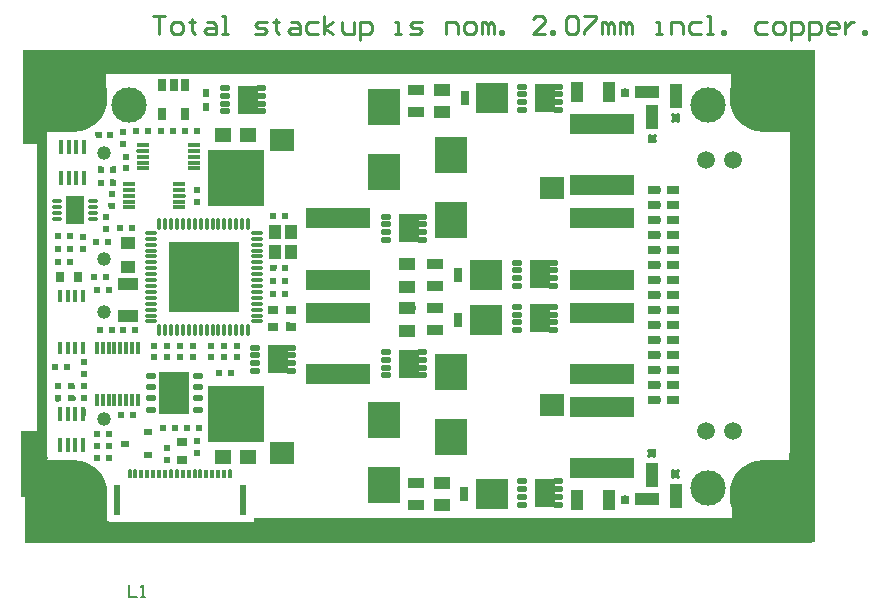
<source format=gtl>
G04 Layer_Physical_Order=1*
G04 Layer_Color=255*
%FSLAX44Y44*%
%MOMM*%
G71*
G01*
G75*
%ADD10R,1.4000X0.9500*%
%ADD11R,1.4000X1.0500*%
%ADD12R,0.4000X1.2200*%
G04:AMPARAMS|DCode=13|XSize=0.4mm|YSize=1.22mm|CornerRadius=0.1mm|HoleSize=0mm|Usage=FLASHONLY|Rotation=0.000|XOffset=0mm|YOffset=0mm|HoleType=Round|Shape=RoundedRectangle|*
%AMROUNDEDRECTD13*
21,1,0.4000,1.0200,0,0,0.0*
21,1,0.2000,1.2200,0,0,0.0*
1,1,0.2000,0.1000,-0.5100*
1,1,0.2000,-0.1000,-0.5100*
1,1,0.2000,-0.1000,0.5100*
1,1,0.2000,0.1000,0.5100*
%
%ADD13ROUNDEDRECTD13*%
%ADD14R,1.4000X1.2700*%
%ADD15R,4.8000X4.7500*%
%ADD16R,1.1400X0.7500*%
%ADD17R,6.0000X6.0000*%
G04:AMPARAMS|DCode=18|XSize=0.3mm|YSize=1mm|CornerRadius=0.12mm|HoleSize=0mm|Usage=FLASHONLY|Rotation=90.000|XOffset=0mm|YOffset=0mm|HoleType=Round|Shape=RoundedRectangle|*
%AMROUNDEDRECTD18*
21,1,0.3000,0.7600,0,0,90.0*
21,1,0.0600,1.0000,0,0,90.0*
1,1,0.2400,0.3800,0.0300*
1,1,0.2400,0.3800,-0.0300*
1,1,0.2400,-0.3800,-0.0300*
1,1,0.2400,-0.3800,0.0300*
%
%ADD18ROUNDEDRECTD18*%
G04:AMPARAMS|DCode=19|XSize=0.3mm|YSize=1mm|CornerRadius=0.12mm|HoleSize=0mm|Usage=FLASHONLY|Rotation=180.000|XOffset=0mm|YOffset=0mm|HoleType=Round|Shape=RoundedRectangle|*
%AMROUNDEDRECTD19*
21,1,0.3000,0.7600,0,0,180.0*
21,1,0.0600,1.0000,0,0,180.0*
1,1,0.2400,-0.0300,0.3800*
1,1,0.2400,0.0300,0.3800*
1,1,0.2400,0.0300,-0.3800*
1,1,0.2400,-0.0300,-0.3800*
%
%ADD19ROUNDEDRECTD19*%
G04:AMPARAMS|DCode=20|XSize=0.41mm|YSize=1.1mm|CornerRadius=0.1025mm|HoleSize=0mm|Usage=FLASHONLY|Rotation=0.000|XOffset=0mm|YOffset=0mm|HoleType=Round|Shape=RoundedRectangle|*
%AMROUNDEDRECTD20*
21,1,0.4100,0.8950,0,0,0.0*
21,1,0.2050,1.1000,0,0,0.0*
1,1,0.2050,0.1025,-0.4475*
1,1,0.2050,-0.1025,-0.4475*
1,1,0.2050,-0.1025,0.4475*
1,1,0.2050,0.1025,0.4475*
%
%ADD20ROUNDEDRECTD20*%
G04:AMPARAMS|DCode=21|XSize=0.3mm|YSize=1.1mm|CornerRadius=0.075mm|HoleSize=0mm|Usage=FLASHONLY|Rotation=180.000|XOffset=0mm|YOffset=0mm|HoleType=Round|Shape=RoundedRectangle|*
%AMROUNDEDRECTD21*
21,1,0.3000,0.9500,0,0,180.0*
21,1,0.1500,1.1000,0,0,180.0*
1,1,0.1500,-0.0750,0.4750*
1,1,0.1500,0.0750,0.4750*
1,1,0.1500,0.0750,-0.4750*
1,1,0.1500,-0.0750,-0.4750*
%
%ADD21ROUNDEDRECTD21*%
G04:AMPARAMS|DCode=22|XSize=0.3mm|YSize=1.1mm|CornerRadius=0.075mm|HoleSize=0mm|Usage=FLASHONLY|Rotation=270.000|XOffset=0mm|YOffset=0mm|HoleType=Round|Shape=RoundedRectangle|*
%AMROUNDEDRECTD22*
21,1,0.3000,0.9500,0,0,270.0*
21,1,0.1500,1.1000,0,0,270.0*
1,1,0.1500,-0.4750,-0.0750*
1,1,0.1500,-0.4750,0.0750*
1,1,0.1500,0.4750,0.0750*
1,1,0.1500,0.4750,-0.0750*
%
%ADD22ROUNDEDRECTD22*%
G04:AMPARAMS|DCode=23|XSize=0.45mm|YSize=0.9mm|CornerRadius=0.1125mm|HoleSize=0mm|Usage=FLASHONLY|Rotation=90.000|XOffset=0mm|YOffset=0mm|HoleType=Round|Shape=RoundedRectangle|*
%AMROUNDEDRECTD23*
21,1,0.4500,0.6750,0,0,90.0*
21,1,0.2250,0.9000,0,0,90.0*
1,1,0.2250,0.3375,0.1125*
1,1,0.2250,0.3375,-0.1125*
1,1,0.2250,-0.3375,-0.1125*
1,1,0.2250,-0.3375,0.1125*
%
%ADD23ROUNDEDRECTD23*%
%ADD24R,1.7000X2.4000*%
%ADD25R,2.0000X1.1000*%
%ADD26R,0.8000X0.8000*%
%ADD27R,1.1000X1.2000*%
%ADD28R,0.7620X1.2700*%
%ADD29R,2.6700X2.5400*%
%ADD30R,2.6000X3.6000*%
G04:AMPARAMS|DCode=31|XSize=0.45mm|YSize=0.8mm|CornerRadius=0.045mm|HoleSize=0mm|Usage=FLASHONLY|Rotation=270.000|XOffset=0mm|YOffset=0mm|HoleType=Round|Shape=RoundedRectangle|*
%AMROUNDEDRECTD31*
21,1,0.4500,0.7100,0,0,270.0*
21,1,0.3600,0.8000,0,0,270.0*
1,1,0.0900,-0.3550,-0.1800*
1,1,0.0900,-0.3550,0.1800*
1,1,0.0900,0.3550,0.1800*
1,1,0.0900,0.3550,-0.1800*
%
%ADD31ROUNDEDRECTD31*%
%ADD32R,1.6500X2.4000*%
G04:AMPARAMS|DCode=33|XSize=0.3mm|YSize=0.8mm|CornerRadius=0.075mm|HoleSize=0mm|Usage=FLASHONLY|Rotation=270.000|XOffset=0mm|YOffset=0mm|HoleType=Round|Shape=RoundedRectangle|*
%AMROUNDEDRECTD33*
21,1,0.3000,0.6500,0,0,270.0*
21,1,0.1500,0.8000,0,0,270.0*
1,1,0.1500,-0.3250,-0.0750*
1,1,0.1500,-0.3250,0.0750*
1,1,0.1500,0.3250,0.0750*
1,1,0.1500,0.3250,-0.0750*
%
%ADD33ROUNDEDRECTD33*%
%ADD34R,0.3000X0.7000*%
%ADD35R,0.6000X2.6000*%
%ADD36R,2.8000X3.1000*%
%ADD37R,2.0000X1.9000*%
%ADD38R,5.4000X1.7000*%
%ADD39R,0.9000X0.8000*%
%ADD40R,0.6000X0.8000*%
%ADD41R,0.6500X1.1000*%
%ADD42R,0.6000X0.6000*%
%ADD43R,0.6000X0.6000*%
%ADD44R,0.8000X0.5500*%
%ADD45R,1.3000X1.0000*%
%ADD46R,0.8000X0.9000*%
%ADD47R,1.7000X1.1000*%
%ADD48R,1.1000X1.7000*%
%ADD49R,1.1000X2.0000*%
%ADD50R,0.8000X0.8000*%
%ADD51C,0.2000*%
%ADD52C,0.3000*%
%ADD53C,0.4000*%
%ADD54C,1.0000*%
%ADD55C,0.2540*%
%ADD56R,58.8500X1.1550*%
%ADD57R,43.4250X1.1450*%
%ADD58R,1.1250X33.7300*%
%ADD59R,0.9000X33.7000*%
%ADD60R,14.0750X0.9500*%
%ADD61C,1.1900*%
%ADD62C,1.5000*%
%ADD63C,3.0000*%
%ADD64C,6.0000*%
%ADD65C,0.4000*%
%ADD66C,0.3000*%
%ADD67C,0.3500*%
%ADD68C,0.8000*%
%ADD69R,6.9750X4.2000*%
%ADD70R,1.2750X0.8500*%
%ADD71R,0.8500X1.2750*%
%ADD72R,0.8500X1.2750*%
%ADD73R,1.6750X5.5751*%
%ADD74R,1.6750X3.9000*%
%ADD75R,4.2000X6.9750*%
%ADD76R,6.9000X4.2000*%
%ADD77R,58.8500X1.3500*%
%ADD78R,58.8500X1.3500*%
%ADD79R,1.5750X33.7300*%
%ADD80R,0.8500X1.2750*%
G36*
X111550Y170071D02*
X109450D01*
X109459Y170089D01*
X109468Y170125D01*
X109475Y170177D01*
X109487Y170332D01*
X109500Y170847D01*
X109500Y171018D01*
X111500D01*
X111550Y170071D01*
D02*
G37*
G36*
X341408Y169504D02*
X341330Y169592D01*
X341237Y169670D01*
X341129Y169739D01*
X341006Y169799D01*
X340867Y169850D01*
X340714Y169891D01*
X340545Y169923D01*
X340360Y169946D01*
X340161Y169960D01*
X339946Y169965D01*
X340239Y171965D01*
X340455Y171968D01*
X341019Y172015D01*
X341178Y172044D01*
X341322Y172079D01*
X341453Y172120D01*
X341569Y172168D01*
X341670Y172222D01*
X341758Y172282D01*
X341408Y169504D01*
D02*
G37*
G36*
X161541Y172661D02*
X161532Y172625D01*
X161525Y172573D01*
X161513Y172418D01*
X161501Y171903D01*
X161500Y171732D01*
X159500Y171732D01*
X159450Y172679D01*
X161550Y172679D01*
X161541Y172661D01*
D02*
G37*
G36*
X116540Y172411D02*
X116532Y172375D01*
X116524Y172323D01*
X116512Y172168D01*
X116501Y171653D01*
X116500Y171482D01*
X114500D01*
X114450Y172429D01*
X116550D01*
X116540Y172411D01*
D02*
G37*
G36*
X538591Y163679D02*
X538666Y163631D01*
X538760Y163589D01*
X538872Y163552D01*
X539002Y163521D01*
X539151Y163495D01*
X539505Y163461D01*
X539709Y163453D01*
X539932Y163450D01*
Y161450D01*
X539709Y161447D01*
X539151Y161405D01*
X539002Y161379D01*
X538872Y161348D01*
X538760Y161311D01*
X538666Y161269D01*
X538591Y161221D01*
X538535Y161167D01*
Y163733D01*
X538591Y163679D01*
D02*
G37*
G36*
X541871Y161050D02*
X541786Y161126D01*
X541686Y161194D01*
X541572Y161254D01*
X541443Y161306D01*
X541300Y161350D01*
X541142Y161386D01*
X540970Y161414D01*
X540784Y161434D01*
X540368Y161450D01*
Y163450D01*
X540583Y163454D01*
X540970Y163486D01*
X541142Y163514D01*
X541300Y163550D01*
X541443Y163594D01*
X541572Y163646D01*
X541686Y163706D01*
X541786Y163774D01*
X541871Y163850D01*
Y161050D01*
D02*
G37*
G36*
X131500Y170268D02*
X131550Y169321D01*
X129450Y169321D01*
X129460Y169340D01*
X129468Y169375D01*
X129476Y169427D01*
X129488Y169583D01*
X129500Y170097D01*
X129500Y170268D01*
X131500Y170268D01*
D02*
G37*
G36*
X121550Y169071D02*
X119450D01*
X119459Y169090D01*
X119468Y169125D01*
X119475Y169177D01*
X119487Y169332D01*
X119500Y169847D01*
X119500Y170018D01*
X121500D01*
X121550Y169071D01*
D02*
G37*
G36*
X541871Y186450D02*
X541786Y186526D01*
X541686Y186594D01*
X541572Y186654D01*
X541443Y186706D01*
X541300Y186750D01*
X541142Y186786D01*
X540970Y186814D01*
X540784Y186834D01*
X540368Y186850D01*
Y188850D01*
X540583Y188854D01*
X540970Y188886D01*
X541142Y188914D01*
X541300Y188950D01*
X541443Y188994D01*
X541572Y189046D01*
X541686Y189106D01*
X541786Y189174D01*
X541871Y189250D01*
Y186450D01*
D02*
G37*
G36*
X189429Y182450D02*
X189410Y182460D01*
X189375Y182468D01*
X189323Y182476D01*
X189167Y182488D01*
X188653Y182500D01*
X188482Y182500D01*
Y184500D01*
X189429Y184550D01*
Y182450D01*
D02*
G37*
G36*
X541871Y199150D02*
X541786Y199226D01*
X541686Y199294D01*
X541572Y199354D01*
X541443Y199406D01*
X541300Y199450D01*
X541142Y199486D01*
X540970Y199514D01*
X540784Y199534D01*
X540368Y199550D01*
Y201550D01*
X540583Y201554D01*
X540970Y201586D01*
X541142Y201614D01*
X541300Y201650D01*
X541443Y201694D01*
X541572Y201746D01*
X541686Y201806D01*
X541786Y201874D01*
X541871Y201950D01*
Y199150D01*
D02*
G37*
G36*
X538591Y189079D02*
X538666Y189031D01*
X538760Y188989D01*
X538872Y188952D01*
X539002Y188921D01*
X539151Y188895D01*
X539505Y188861D01*
X539709Y188853D01*
X539932Y188850D01*
Y186850D01*
X539709Y186847D01*
X539151Y186805D01*
X539002Y186779D01*
X538872Y186748D01*
X538760Y186712D01*
X538666Y186669D01*
X538591Y186621D01*
X538535Y186567D01*
Y189133D01*
X538591Y189079D01*
D02*
G37*
G36*
X541871Y173750D02*
X541786Y173826D01*
X541686Y173894D01*
X541572Y173954D01*
X541443Y174006D01*
X541300Y174050D01*
X541142Y174086D01*
X540970Y174114D01*
X540784Y174134D01*
X540368Y174150D01*
Y176150D01*
X540583Y176154D01*
X540970Y176186D01*
X541142Y176214D01*
X541300Y176250D01*
X541443Y176294D01*
X541572Y176346D01*
X541686Y176406D01*
X541786Y176474D01*
X541871Y176550D01*
Y173750D01*
D02*
G37*
G36*
X156540Y173160D02*
X156532Y173125D01*
X156524Y173073D01*
X156512Y172917D01*
X156500Y172403D01*
X156500Y172232D01*
X154500D01*
X154450Y173179D01*
X156550D01*
X156540Y173160D01*
D02*
G37*
G36*
X96339Y179541D02*
X96374Y179532D01*
X96427Y179525D01*
X96582Y179513D01*
X97097Y179501D01*
X97268Y179501D01*
X97268Y177500D01*
X96321Y177450D01*
X96321Y179550D01*
X96339Y179541D01*
D02*
G37*
G36*
X538591Y176379D02*
X538666Y176331D01*
X538760Y176289D01*
X538872Y176252D01*
X539002Y176221D01*
X539151Y176195D01*
X539505Y176161D01*
X539709Y176153D01*
X539932Y176150D01*
Y174150D01*
X539709Y174147D01*
X539151Y174105D01*
X539002Y174079D01*
X538872Y174048D01*
X538760Y174011D01*
X538666Y173969D01*
X538591Y173921D01*
X538535Y173867D01*
Y176433D01*
X538591Y176379D01*
D02*
G37*
G36*
X541871Y122950D02*
X541786Y123026D01*
X541686Y123094D01*
X541572Y123154D01*
X541443Y123206D01*
X541300Y123250D01*
X541142Y123286D01*
X540970Y123314D01*
X540784Y123334D01*
X540368Y123350D01*
Y125350D01*
X540583Y125354D01*
X540970Y125386D01*
X541142Y125414D01*
X541300Y125450D01*
X541443Y125494D01*
X541572Y125546D01*
X541686Y125606D01*
X541786Y125674D01*
X541871Y125750D01*
Y122950D01*
D02*
G37*
G36*
X63541Y114661D02*
X63532Y114625D01*
X63524Y114573D01*
X63513Y114418D01*
X63500Y113903D01*
X63500Y113732D01*
X61500D01*
X61450Y114679D01*
X63550D01*
X63541Y114661D01*
D02*
G37*
G36*
X541871Y135650D02*
X541786Y135726D01*
X541686Y135794D01*
X541572Y135854D01*
X541443Y135906D01*
X541300Y135950D01*
X541142Y135986D01*
X540970Y136014D01*
X540784Y136034D01*
X540368Y136050D01*
Y138050D01*
X540583Y138054D01*
X540970Y138086D01*
X541142Y138114D01*
X541300Y138150D01*
X541443Y138194D01*
X541572Y138246D01*
X541686Y138306D01*
X541786Y138374D01*
X541871Y138450D01*
Y135650D01*
D02*
G37*
G36*
X538591Y125579D02*
X538666Y125531D01*
X538760Y125489D01*
X538872Y125452D01*
X539002Y125421D01*
X539151Y125395D01*
X539505Y125361D01*
X539709Y125353D01*
X539932Y125350D01*
Y123350D01*
X539709Y123347D01*
X539151Y123305D01*
X539002Y123279D01*
X538872Y123248D01*
X538760Y123211D01*
X538666Y123169D01*
X538591Y123121D01*
X538535Y123067D01*
Y125633D01*
X538591Y125579D01*
D02*
G37*
G36*
X53500Y110768D02*
X53550Y109821D01*
X51450Y109821D01*
X51460Y109840D01*
X51468Y109875D01*
X51476Y109927D01*
X51488Y110083D01*
X51500Y110597D01*
X51500Y110768D01*
X53500Y110768D01*
D02*
G37*
G36*
X325071Y21850D02*
X324986Y21926D01*
X324886Y21994D01*
X324771Y22054D01*
X324643Y22106D01*
X324499Y22150D01*
X324342Y22186D01*
X324170Y22214D01*
X323983Y22234D01*
X323568Y22250D01*
Y24250D01*
X323783Y24254D01*
X324170Y24286D01*
X324342Y24314D01*
X324499Y24350D01*
X324643Y24394D01*
X324771Y24446D01*
X324886Y24506D01*
X324986Y24574D01*
X325071Y24650D01*
Y21850D01*
D02*
G37*
G36*
X538591Y112879D02*
X538666Y112831D01*
X538760Y112789D01*
X538872Y112752D01*
X539002Y112721D01*
X539151Y112695D01*
X539505Y112661D01*
X539709Y112653D01*
X539932Y112650D01*
Y110650D01*
X539709Y110647D01*
X539151Y110605D01*
X539002Y110579D01*
X538872Y110548D01*
X538760Y110512D01*
X538666Y110469D01*
X538591Y110421D01*
X538535Y110367D01*
Y112933D01*
X538591Y112879D01*
D02*
G37*
G36*
X541871Y110250D02*
X541786Y110326D01*
X541686Y110394D01*
X541572Y110454D01*
X541443Y110506D01*
X541300Y110550D01*
X541142Y110586D01*
X540970Y110614D01*
X540784Y110634D01*
X540368Y110650D01*
Y112650D01*
X540583Y112654D01*
X540970Y112686D01*
X541142Y112714D01*
X541300Y112750D01*
X541443Y112794D01*
X541572Y112846D01*
X541686Y112906D01*
X541786Y112974D01*
X541871Y113050D01*
Y110250D01*
D02*
G37*
G36*
X83541Y157661D02*
X83532Y157625D01*
X83525Y157573D01*
X83513Y157418D01*
X83501Y156903D01*
X83500Y156732D01*
X81500Y156732D01*
X81450Y157679D01*
X83550Y157679D01*
X83541Y157661D01*
D02*
G37*
G36*
X63550Y154071D02*
X61450D01*
X61460Y154090D01*
X61468Y154125D01*
X61476Y154177D01*
X61488Y154333D01*
X61500Y154847D01*
X61500Y155018D01*
X63500D01*
X63550Y154071D01*
D02*
G37*
G36*
X68541Y157661D02*
X68532Y157625D01*
X68524Y157573D01*
X68513Y157418D01*
X68500Y156903D01*
X68500Y156732D01*
X66500D01*
X66450Y157679D01*
X68550D01*
X68541Y157661D01*
D02*
G37*
G36*
X58550Y157679D02*
X58541Y157661D01*
X58532Y157625D01*
X58524Y157573D01*
X58513Y157417D01*
X58500Y156903D01*
X58500Y156732D01*
X56500Y156732D01*
X56450Y157679D01*
X58550Y157679D01*
D02*
G37*
G36*
X541871Y148350D02*
X541786Y148426D01*
X541686Y148494D01*
X541572Y148554D01*
X541443Y148606D01*
X541300Y148650D01*
X541142Y148686D01*
X540970Y148714D01*
X540784Y148734D01*
X540368Y148750D01*
Y150750D01*
X540583Y150754D01*
X540970Y150786D01*
X541142Y150814D01*
X541300Y150850D01*
X541443Y150894D01*
X541572Y150946D01*
X541686Y151006D01*
X541786Y151074D01*
X541871Y151150D01*
Y148350D01*
D02*
G37*
G36*
X538591Y138279D02*
X538666Y138231D01*
X538760Y138189D01*
X538872Y138152D01*
X539002Y138121D01*
X539151Y138095D01*
X539505Y138061D01*
X539709Y138053D01*
X539932Y138050D01*
Y136050D01*
X539709Y136047D01*
X539151Y136005D01*
X539002Y135979D01*
X538872Y135948D01*
X538760Y135912D01*
X538666Y135869D01*
X538591Y135821D01*
X538535Y135767D01*
Y138333D01*
X538591Y138279D01*
D02*
G37*
G36*
X53500Y155018D02*
X53550Y154071D01*
X51450Y154071D01*
X51460Y154090D01*
X51468Y154125D01*
X51476Y154177D01*
X51488Y154333D01*
X51500Y154847D01*
X51500Y155018D01*
X53500Y155018D01*
D02*
G37*
G36*
X538591Y150979D02*
X538666Y150931D01*
X538760Y150889D01*
X538872Y150852D01*
X539002Y150821D01*
X539151Y150795D01*
X539505Y150761D01*
X539709Y150753D01*
X539932Y150750D01*
Y148750D01*
X539709Y148747D01*
X539151Y148705D01*
X539002Y148679D01*
X538872Y148648D01*
X538760Y148611D01*
X538666Y148569D01*
X538591Y148521D01*
X538535Y148467D01*
Y151033D01*
X538591Y150979D01*
D02*
G37*
G36*
X77340Y276040D02*
X77375Y276032D01*
X77427Y276024D01*
X77582Y276012D01*
X78097Y276000D01*
X78268Y276000D01*
Y274000D01*
X77321Y273950D01*
Y276050D01*
X77340Y276040D01*
D02*
G37*
G36*
X49339Y266541D02*
X49375Y266532D01*
X49427Y266525D01*
X49582Y266513D01*
X50097Y266500D01*
X50268Y266500D01*
Y266500D01*
X50268D01*
X50268Y265500D01*
Y264500D01*
X50268D01*
Y264500D01*
X49321Y264450D01*
X49321Y265650D01*
Y266550D01*
X49339Y266541D01*
D02*
G37*
G36*
X538591Y277979D02*
X538666Y277931D01*
X538760Y277889D01*
X538872Y277852D01*
X539002Y277821D01*
X539151Y277795D01*
X539505Y277761D01*
X539709Y277753D01*
X539932Y277750D01*
Y275750D01*
X539709Y275747D01*
X539151Y275705D01*
X539002Y275679D01*
X538872Y275648D01*
X538760Y275611D01*
X538666Y275569D01*
X538591Y275521D01*
X538535Y275467D01*
Y278033D01*
X538591Y277979D01*
D02*
G37*
G36*
X541871Y275350D02*
X541786Y275426D01*
X541686Y275494D01*
X541572Y275554D01*
X541443Y275606D01*
X541300Y275650D01*
X541142Y275686D01*
X540970Y275714D01*
X540784Y275734D01*
X540368Y275750D01*
Y277750D01*
X540583Y277754D01*
X540970Y277786D01*
X541142Y277814D01*
X541300Y277850D01*
X541443Y277894D01*
X541572Y277946D01*
X541686Y278006D01*
X541786Y278074D01*
X541871Y278150D01*
Y275350D01*
D02*
G37*
G36*
Y262650D02*
X541786Y262726D01*
X541686Y262794D01*
X541572Y262854D01*
X541443Y262906D01*
X541300Y262950D01*
X541142Y262986D01*
X540970Y263014D01*
X540784Y263034D01*
X540368Y263050D01*
Y265050D01*
X540583Y265054D01*
X540970Y265086D01*
X541142Y265114D01*
X541300Y265150D01*
X541443Y265194D01*
X541572Y265246D01*
X541686Y265306D01*
X541786Y265374D01*
X541871Y265450D01*
Y262650D01*
D02*
G37*
G36*
X181550Y262071D02*
X179450D01*
X179460Y262090D01*
X179468Y262125D01*
X179475Y262177D01*
X179488Y262333D01*
X179499Y262847D01*
X179500Y263018D01*
X181500D01*
X181550Y262071D01*
D02*
G37*
G36*
X20554Y264450D02*
X20536Y264459D01*
X20500Y264468D01*
X20448Y264475D01*
X20293Y264487D01*
X19778Y264499D01*
X19607Y264500D01*
X19607Y266500D01*
X20554Y266550D01*
X20554Y264450D01*
D02*
G37*
G36*
X538591Y265279D02*
X538666Y265231D01*
X538760Y265189D01*
X538872Y265152D01*
X539002Y265121D01*
X539151Y265095D01*
X539505Y265061D01*
X539709Y265053D01*
X539932Y265050D01*
Y263050D01*
X539709Y263047D01*
X539151Y263005D01*
X539002Y262979D01*
X538872Y262948D01*
X538760Y262911D01*
X538666Y262869D01*
X538591Y262821D01*
X538535Y262767D01*
Y265333D01*
X538591Y265279D01*
D02*
G37*
G36*
X23574Y301986D02*
X23506Y301886D01*
X23446Y301772D01*
X23394Y301643D01*
X23350Y301500D01*
X23314Y301342D01*
X23286Y301170D01*
X23266Y300984D01*
X23250Y300568D01*
X21250Y300568D01*
X21246Y300783D01*
X21214Y301170D01*
X21186Y301342D01*
X21150Y301500D01*
X21106Y301643D01*
X21054Y301772D01*
X20994Y301886D01*
X20926Y301986D01*
X20850Y302072D01*
X23650Y302072D01*
X23574Y301986D01*
D02*
G37*
G36*
X29754Y298967D02*
X29786Y298580D01*
X29814Y298408D01*
X29850Y298250D01*
X29894Y298107D01*
X29946Y297978D01*
X30006Y297864D01*
X30074Y297764D01*
X30150Y297678D01*
X27350D01*
X27426Y297764D01*
X27494Y297864D01*
X27554Y297978D01*
X27606Y298107D01*
X27650Y298250D01*
X27686Y298408D01*
X27714Y298580D01*
X27734Y298766D01*
X27750Y299182D01*
X29750D01*
X29754Y298967D01*
D02*
G37*
G36*
X109000Y353261D02*
X109003Y353045D01*
X109051Y352482D01*
X109079Y352323D01*
X109114Y352178D01*
X109155Y352047D01*
X109203Y351931D01*
X109257Y351830D01*
X109317Y351742D01*
X106539Y352092D01*
X106627Y352170D01*
X106705Y352262D01*
X106774Y352371D01*
X106834Y352494D01*
X106885Y352632D01*
X106926Y352786D01*
X106958Y352955D01*
X106981Y353140D01*
X106995Y353339D01*
X107000Y353554D01*
X109000Y353261D01*
D02*
G37*
G36*
X42750Y325182D02*
X42754Y324967D01*
X42786Y324580D01*
X42814Y324408D01*
X42850Y324250D01*
X42894Y324107D01*
X42946Y323978D01*
X43006Y323864D01*
X43074Y323764D01*
X43150Y323678D01*
X40350Y323678D01*
X40426Y323764D01*
X40494Y323864D01*
X40554Y323978D01*
X40606Y324107D01*
X40650Y324250D01*
X40686Y324408D01*
X40714Y324580D01*
X40734Y324766D01*
X40750Y325182D01*
X42750Y325182D01*
D02*
G37*
G36*
X538591Y290679D02*
X538666Y290631D01*
X538760Y290589D01*
X538872Y290552D01*
X539002Y290521D01*
X539151Y290495D01*
X539505Y290461D01*
X539709Y290453D01*
X539932Y290450D01*
Y288450D01*
X539709Y288447D01*
X539151Y288405D01*
X539002Y288379D01*
X538872Y288348D01*
X538760Y288312D01*
X538666Y288269D01*
X538591Y288221D01*
X538535Y288167D01*
Y290733D01*
X538591Y290679D01*
D02*
G37*
G36*
X541871Y288050D02*
X541786Y288126D01*
X541686Y288194D01*
X541572Y288254D01*
X541443Y288306D01*
X541300Y288350D01*
X541142Y288386D01*
X540970Y288414D01*
X540784Y288434D01*
X540368Y288450D01*
Y290450D01*
X540583Y290454D01*
X540970Y290486D01*
X541142Y290514D01*
X541300Y290550D01*
X541443Y290594D01*
X541572Y290646D01*
X541686Y290706D01*
X541786Y290774D01*
X541871Y290850D01*
Y288050D01*
D02*
G37*
G36*
X81179Y293950D02*
X81161Y293960D01*
X81125Y293968D01*
X81073Y293976D01*
X80918Y293988D01*
X80403Y294000D01*
X80232Y294000D01*
X80232Y296000D01*
X81179Y296050D01*
X81179Y293950D01*
D02*
G37*
G36*
X119590Y296040D02*
X119625Y296032D01*
X119677Y296024D01*
X119832Y296012D01*
X120347Y296000D01*
X120518Y296000D01*
Y294000D01*
X119571Y293950D01*
Y296050D01*
X119590Y296040D01*
D02*
G37*
G36*
X538591Y227179D02*
X538666Y227131D01*
X538760Y227089D01*
X538872Y227052D01*
X539002Y227021D01*
X539151Y226995D01*
X539505Y226961D01*
X539709Y226953D01*
X539932Y226950D01*
Y224950D01*
X539709Y224947D01*
X539151Y224905D01*
X539002Y224879D01*
X538872Y224848D01*
X538760Y224811D01*
X538666Y224769D01*
X538591Y224721D01*
X538535Y224667D01*
Y227233D01*
X538591Y227179D01*
D02*
G37*
G36*
X541871Y224550D02*
X541786Y224626D01*
X541686Y224694D01*
X541572Y224754D01*
X541443Y224806D01*
X541300Y224850D01*
X541142Y224886D01*
X540970Y224914D01*
X540784Y224934D01*
X540368Y224950D01*
Y226950D01*
X540583Y226954D01*
X540970Y226986D01*
X541142Y227014D01*
X541300Y227050D01*
X541443Y227094D01*
X541572Y227146D01*
X541686Y227206D01*
X541786Y227274D01*
X541871Y227350D01*
Y224550D01*
D02*
G37*
G36*
X215079Y238757D02*
X215181Y238703D01*
X215297Y238656D01*
X215427Y238614D01*
X215572Y238579D01*
X215731Y238551D01*
X216092Y238513D01*
X216295Y238503D01*
X216511Y238500D01*
X216804Y236500D01*
X216589Y236495D01*
X216205Y236458D01*
X216036Y236426D01*
X215882Y236385D01*
X215744Y236334D01*
X215620Y236274D01*
X215512Y236205D01*
X215420Y236127D01*
X215342Y236040D01*
X214992Y238818D01*
X215079Y238757D01*
D02*
G37*
G36*
X317572Y225600D02*
X317486Y225676D01*
X317386Y225744D01*
X317272Y225804D01*
X317143Y225856D01*
X317000Y225900D01*
X316842Y225936D01*
X316670Y225964D01*
X316484Y225984D01*
X316068Y226000D01*
X316068Y228000D01*
X316283Y228004D01*
X316670Y228036D01*
X316842Y228064D01*
X317000Y228100D01*
X317143Y228144D01*
X317272Y228196D01*
X317386Y228256D01*
X317486Y228324D01*
X317572Y228400D01*
X317572Y225600D01*
D02*
G37*
G36*
X96589Y209541D02*
X96624Y209532D01*
X96677Y209525D01*
X96832Y209513D01*
X97347Y209501D01*
X97518Y209500D01*
X97518Y207500D01*
X96572Y207450D01*
X96571Y209550D01*
X96589Y209541D01*
D02*
G37*
G36*
X538591Y201779D02*
X538666Y201731D01*
X538760Y201689D01*
X538872Y201652D01*
X539002Y201621D01*
X539151Y201595D01*
X539505Y201561D01*
X539709Y201553D01*
X539932Y201550D01*
Y199550D01*
X539709Y199547D01*
X539151Y199505D01*
X539002Y199479D01*
X538872Y199448D01*
X538760Y199412D01*
X538666Y199369D01*
X538591Y199321D01*
X538535Y199267D01*
Y201833D01*
X538591Y201779D01*
D02*
G37*
G36*
Y214479D02*
X538666Y214431D01*
X538760Y214389D01*
X538872Y214352D01*
X539002Y214321D01*
X539151Y214295D01*
X539505Y214261D01*
X539709Y214253D01*
X539932Y214250D01*
Y212250D01*
X539709Y212247D01*
X539151Y212205D01*
X539002Y212179D01*
X538872Y212148D01*
X538760Y212111D01*
X538666Y212069D01*
X538591Y212021D01*
X538535Y211967D01*
Y214533D01*
X538591Y214479D01*
D02*
G37*
G36*
X541871Y211850D02*
X541786Y211926D01*
X541686Y211994D01*
X541572Y212054D01*
X541443Y212106D01*
X541300Y212150D01*
X541142Y212186D01*
X540970Y212214D01*
X540784Y212234D01*
X540368Y212250D01*
Y214250D01*
X540583Y214254D01*
X540970Y214286D01*
X541142Y214314D01*
X541300Y214350D01*
X541443Y214394D01*
X541572Y214446D01*
X541686Y214506D01*
X541786Y214574D01*
X541871Y214650D01*
Y211850D01*
D02*
G37*
G36*
X538591Y252579D02*
X538666Y252531D01*
X538760Y252489D01*
X538872Y252452D01*
X539002Y252421D01*
X539151Y252395D01*
X539505Y252361D01*
X539709Y252353D01*
X539932Y252350D01*
Y250350D01*
X539709Y250347D01*
X539151Y250305D01*
X539002Y250279D01*
X538872Y250248D01*
X538760Y250212D01*
X538666Y250169D01*
X538591Y250121D01*
X538535Y250067D01*
Y252633D01*
X538591Y252579D01*
D02*
G37*
G36*
X541871Y249950D02*
X541786Y250026D01*
X541686Y250094D01*
X541572Y250154D01*
X541443Y250206D01*
X541300Y250250D01*
X541142Y250286D01*
X540970Y250314D01*
X540784Y250334D01*
X540368Y250350D01*
Y252350D01*
X540583Y252354D01*
X540970Y252386D01*
X541142Y252414D01*
X541300Y252450D01*
X541443Y252494D01*
X541572Y252546D01*
X541686Y252606D01*
X541786Y252674D01*
X541871Y252750D01*
Y249950D01*
D02*
G37*
G36*
X201901Y257588D02*
X201898Y257470D01*
X201914Y257348D01*
X201949Y257221D01*
X202002Y257089D01*
X202075Y256953D01*
X202167Y256811D01*
X202277Y256665D01*
X202407Y256514D01*
X202555Y256359D01*
X200677Y255409D01*
X200520Y255563D01*
X199977Y256039D01*
X199862Y256123D01*
X199658Y256248D01*
X199569Y256289D01*
X199489Y256316D01*
X201923Y257700D01*
X201901Y257588D01*
D02*
G37*
G36*
X189929Y252450D02*
X189910Y252460D01*
X189875Y252468D01*
X189823Y252475D01*
X189667Y252488D01*
X189153Y252500D01*
X188982Y252500D01*
Y254500D01*
X189929Y254550D01*
Y252450D01*
D02*
G37*
G36*
X538591Y239879D02*
X538666Y239831D01*
X538760Y239789D01*
X538872Y239752D01*
X539002Y239721D01*
X539151Y239695D01*
X539505Y239661D01*
X539709Y239653D01*
X539932Y239650D01*
Y237650D01*
X539709Y237647D01*
X539151Y237605D01*
X539002Y237579D01*
X538872Y237548D01*
X538760Y237512D01*
X538666Y237469D01*
X538591Y237421D01*
X538535Y237367D01*
Y239933D01*
X538591Y239879D01*
D02*
G37*
G36*
X541871Y237250D02*
X541786Y237326D01*
X541686Y237394D01*
X541572Y237454D01*
X541443Y237506D01*
X541300Y237550D01*
X541142Y237586D01*
X540970Y237614D01*
X540784Y237634D01*
X540368Y237650D01*
Y239650D01*
X540583Y239654D01*
X540970Y239686D01*
X541142Y239714D01*
X541300Y239750D01*
X541443Y239794D01*
X541572Y239846D01*
X541686Y239906D01*
X541786Y239974D01*
X541871Y240050D01*
Y237250D01*
D02*
G37*
G36*
X189928Y247450D02*
X189910Y247460D01*
X189875Y247468D01*
X189822Y247476D01*
X189667Y247488D01*
X189152Y247500D01*
X188981Y247500D01*
Y249500D01*
X189928Y249550D01*
Y247450D01*
D02*
G37*
G36*
X186589Y239541D02*
X186625Y239532D01*
X186677Y239525D01*
X186832Y239513D01*
X187347Y239501D01*
X187518Y239500D01*
X187518Y237500D01*
X186572Y237450D01*
X186571Y239550D01*
X186589Y239541D01*
D02*
G37*
D10*
X322500Y374250D02*
D03*
Y355750D02*
D03*
X339000Y189465D02*
D03*
Y170965D02*
D03*
Y226750D02*
D03*
Y208250D02*
D03*
X322500Y23250D02*
D03*
Y41750D02*
D03*
D11*
X345000Y374500D02*
D03*
Y355500D02*
D03*
X315500Y189715D02*
D03*
Y170715D02*
D03*
Y227000D02*
D03*
Y208000D02*
D03*
X345000Y23000D02*
D03*
Y42000D02*
D03*
D12*
X21250Y100100D02*
D03*
X40750D02*
D03*
Y73900D02*
D03*
X34250D02*
D03*
X27750D02*
D03*
X21250D02*
D03*
X34250Y100100D02*
D03*
X27750D02*
D03*
X41750Y299900D02*
D03*
X22250Y326100D02*
D03*
X28750D02*
D03*
X35250D02*
D03*
X41750D02*
D03*
X28750Y299900D02*
D03*
X35250D02*
D03*
D13*
X22250D02*
D03*
D14*
X159600Y336500D02*
D03*
X180400D02*
D03*
X180400Y63500D02*
D03*
X159600D02*
D03*
D15*
X170000Y300000D02*
D03*
X170000Y100000D02*
D03*
D16*
X540100Y111650D02*
D03*
Y124350D02*
D03*
Y137050D02*
D03*
Y149750D02*
D03*
Y162450D02*
D03*
Y175150D02*
D03*
Y187850D02*
D03*
Y200550D02*
D03*
Y213250D02*
D03*
Y225950D02*
D03*
Y238650D02*
D03*
Y251350D02*
D03*
Y264050D02*
D03*
Y276750D02*
D03*
Y289450D02*
D03*
X524500D02*
D03*
Y276750D02*
D03*
Y264050D02*
D03*
Y251350D02*
D03*
Y238650D02*
D03*
Y225950D02*
D03*
Y213250D02*
D03*
Y200550D02*
D03*
Y187850D02*
D03*
Y175150D02*
D03*
Y162450D02*
D03*
Y149750D02*
D03*
Y137050D02*
D03*
Y124350D02*
D03*
Y111650D02*
D03*
D17*
X143000Y216000D02*
D03*
D18*
X98000Y178500D02*
D03*
Y183500D02*
D03*
Y188500D02*
D03*
Y193500D02*
D03*
Y198500D02*
D03*
Y203500D02*
D03*
Y208500D02*
D03*
Y213500D02*
D03*
Y218500D02*
D03*
Y223500D02*
D03*
Y228500D02*
D03*
Y233500D02*
D03*
Y238500D02*
D03*
Y243500D02*
D03*
Y248500D02*
D03*
Y253500D02*
D03*
X188000D02*
D03*
Y248500D02*
D03*
Y243500D02*
D03*
Y238500D02*
D03*
Y233500D02*
D03*
Y228500D02*
D03*
Y223500D02*
D03*
Y218500D02*
D03*
Y213500D02*
D03*
Y208500D02*
D03*
Y203500D02*
D03*
Y198500D02*
D03*
Y193500D02*
D03*
Y188500D02*
D03*
Y183500D02*
D03*
Y178500D02*
D03*
D19*
X105500Y261000D02*
D03*
X110500D02*
D03*
X115500D02*
D03*
X120500D02*
D03*
X125500D02*
D03*
X130500D02*
D03*
X135500D02*
D03*
X140500D02*
D03*
X145500D02*
D03*
X150500D02*
D03*
X155500D02*
D03*
X160500D02*
D03*
X165500D02*
D03*
X170500D02*
D03*
X175500D02*
D03*
X180500D02*
D03*
Y171000D02*
D03*
X175500D02*
D03*
X170500D02*
D03*
X165500D02*
D03*
X160500D02*
D03*
X155500D02*
D03*
X150500D02*
D03*
X145500D02*
D03*
X140500D02*
D03*
X135500D02*
D03*
X130500D02*
D03*
X125500D02*
D03*
X120500D02*
D03*
X115500D02*
D03*
X110500D02*
D03*
X105500D02*
D03*
D20*
X40750Y200000D02*
D03*
X34250D02*
D03*
X27750D02*
D03*
X21250D02*
D03*
X40750Y156000D02*
D03*
X34250D02*
D03*
X27750D02*
D03*
X21250D02*
D03*
D21*
X57500Y156000D02*
D03*
X52500D02*
D03*
X67500D02*
D03*
X62500D02*
D03*
X77500D02*
D03*
X72500D02*
D03*
X82500D02*
D03*
X87500D02*
D03*
X52500Y112250D02*
D03*
X57500D02*
D03*
X62500D02*
D03*
X67500D02*
D03*
X87500D02*
D03*
X82500D02*
D03*
X77500D02*
D03*
X72500D02*
D03*
D22*
X91500Y308000D02*
D03*
Y313000D02*
D03*
X134500Y308000D02*
D03*
Y313000D02*
D03*
Y318000D02*
D03*
Y323000D02*
D03*
X91500Y318000D02*
D03*
Y323000D02*
D03*
Y328000D02*
D03*
X134500D02*
D03*
X79500Y275000D02*
D03*
X122500D02*
D03*
Y280000D02*
D03*
Y285000D02*
D03*
X79500Y280000D02*
D03*
Y285000D02*
D03*
Y290000D02*
D03*
Y295000D02*
D03*
X122500Y290000D02*
D03*
Y295000D02*
D03*
D23*
X160750Y375750D02*
D03*
Y369250D02*
D03*
Y362750D02*
D03*
Y356250D02*
D03*
X191250D02*
D03*
Y362750D02*
D03*
Y369250D02*
D03*
Y375750D02*
D03*
X412500Y43000D02*
D03*
Y36500D02*
D03*
Y30000D02*
D03*
Y23500D02*
D03*
X443000D02*
D03*
Y30000D02*
D03*
Y36500D02*
D03*
Y43000D02*
D03*
X408250Y228250D02*
D03*
Y221750D02*
D03*
Y215250D02*
D03*
Y208750D02*
D03*
X438750D02*
D03*
Y215250D02*
D03*
Y221750D02*
D03*
Y228250D02*
D03*
X186250Y156250D02*
D03*
Y149750D02*
D03*
Y143250D02*
D03*
Y136750D02*
D03*
X216750D02*
D03*
Y143250D02*
D03*
Y149750D02*
D03*
Y156250D02*
D03*
X297250Y267250D02*
D03*
Y260750D02*
D03*
Y254250D02*
D03*
Y247750D02*
D03*
X327750D02*
D03*
Y254250D02*
D03*
Y260750D02*
D03*
Y267250D02*
D03*
X408250Y190750D02*
D03*
Y184250D02*
D03*
Y177750D02*
D03*
Y171250D02*
D03*
X438750D02*
D03*
Y177750D02*
D03*
Y184250D02*
D03*
Y190750D02*
D03*
X412250Y377250D02*
D03*
Y370750D02*
D03*
Y364250D02*
D03*
Y357750D02*
D03*
X442750D02*
D03*
Y364250D02*
D03*
Y370750D02*
D03*
Y377250D02*
D03*
X297250Y152250D02*
D03*
Y145750D02*
D03*
Y139250D02*
D03*
Y132750D02*
D03*
X327750D02*
D03*
Y139250D02*
D03*
Y145750D02*
D03*
Y152250D02*
D03*
D24*
X180500Y366000D02*
D03*
X432250Y33250D02*
D03*
X428000Y218500D02*
D03*
X206000Y146500D02*
D03*
X317000Y257500D02*
D03*
X428000Y181000D02*
D03*
X432000Y367500D02*
D03*
X317000Y142500D02*
D03*
D25*
X518250Y372500D02*
D03*
X518250Y27750D02*
D03*
D26*
X500000Y372250D02*
D03*
X500000Y27500D02*
D03*
D27*
X217000Y237500D02*
D03*
Y254500D02*
D03*
X203000D02*
D03*
Y237500D02*
D03*
D28*
X363990Y367500D02*
D03*
X363245Y32500D02*
D03*
X358245Y217500D02*
D03*
Y180000D02*
D03*
D29*
X387500Y367500D02*
D03*
X386755Y32500D02*
D03*
X381755Y217500D02*
D03*
Y180000D02*
D03*
D30*
X118000Y118000D02*
D03*
D31*
X97999Y103750D02*
D03*
Y113250D02*
D03*
Y122750D02*
D03*
Y132250D02*
D03*
X138000D02*
D03*
Y122750D02*
D03*
Y113250D02*
D03*
Y103750D02*
D03*
D32*
X34000Y273000D02*
D03*
D33*
X19000Y265500D02*
D03*
Y270500D02*
D03*
Y275500D02*
D03*
Y280500D02*
D03*
X49000D02*
D03*
Y275500D02*
D03*
Y270500D02*
D03*
Y265500D02*
D03*
D34*
X125250Y49700D02*
D03*
X120250D02*
D03*
X115250D02*
D03*
X110250D02*
D03*
X105250D02*
D03*
X100250D02*
D03*
X95250D02*
D03*
X90250D02*
D03*
X85250D02*
D03*
X80250D02*
D03*
X130250D02*
D03*
X135250D02*
D03*
X140250D02*
D03*
X145250D02*
D03*
X150250D02*
D03*
X155250D02*
D03*
X160250D02*
D03*
X165250D02*
D03*
D35*
X176250Y27700D02*
D03*
X69250D02*
D03*
D36*
X295500Y360000D02*
D03*
Y305000D02*
D03*
Y95000D02*
D03*
Y40000D02*
D03*
X352000Y264000D02*
D03*
Y319000D02*
D03*
Y80500D02*
D03*
Y135500D02*
D03*
D37*
X209500Y332500D02*
D03*
Y67500D02*
D03*
X438000Y291500D02*
D03*
Y108000D02*
D03*
D38*
X480000Y346000D02*
D03*
Y294000D02*
D03*
X480000Y54000D02*
D03*
Y106000D02*
D03*
Y266000D02*
D03*
Y214000D02*
D03*
X256500Y186000D02*
D03*
Y134000D02*
D03*
X256500Y266000D02*
D03*
Y214000D02*
D03*
X480000Y134000D02*
D03*
Y186000D02*
D03*
D39*
X202000Y188000D02*
D03*
Y174000D02*
D03*
X125000Y61500D02*
D03*
Y76500D02*
D03*
X217000Y188000D02*
D03*
Y174000D02*
D03*
D40*
X145000Y360000D02*
D03*
Y372000D02*
D03*
D41*
X127000Y378500D02*
D03*
X117500D02*
D03*
X108000D02*
D03*
Y354500D02*
D03*
X127000D02*
D03*
D42*
X75000Y171000D02*
D03*
X85000D02*
D03*
X96000Y340000D02*
D03*
X86000D02*
D03*
X127000Y340000D02*
D03*
X137000D02*
D03*
X63000Y63000D02*
D03*
X53000D02*
D03*
X202000Y202000D02*
D03*
X212000D02*
D03*
X54000Y336000D02*
D03*
X64000D02*
D03*
X66000Y307000D02*
D03*
X56000D02*
D03*
X55000Y171000D02*
D03*
X65000D02*
D03*
X109000Y88000D02*
D03*
X119000D02*
D03*
X73000Y99000D02*
D03*
X83000D02*
D03*
X129000Y88000D02*
D03*
X139000D02*
D03*
X202000Y224000D02*
D03*
X212000D02*
D03*
X202000Y268000D02*
D03*
X212000D02*
D03*
X107000Y340000D02*
D03*
X117000D02*
D03*
X202000Y213000D02*
D03*
X212000D02*
D03*
X53000Y205000D02*
D03*
X63000D02*
D03*
X82000Y258000D02*
D03*
X72000D02*
D03*
X30000Y240000D02*
D03*
X20000D02*
D03*
X50000Y216000D02*
D03*
X60000D02*
D03*
X62000Y246000D02*
D03*
X52000D02*
D03*
X30000Y251000D02*
D03*
X20000D02*
D03*
X53000Y73000D02*
D03*
X63000D02*
D03*
Y83000D02*
D03*
X53000D02*
D03*
X20000Y229000D02*
D03*
X30000D02*
D03*
X66000Y296000D02*
D03*
X56000D02*
D03*
X156000Y135000D02*
D03*
X166000D02*
D03*
X27000Y140000D02*
D03*
X17000D02*
D03*
D43*
X65000Y276000D02*
D03*
Y286000D02*
D03*
X77000Y308000D02*
D03*
Y318000D02*
D03*
X101000Y158000D02*
D03*
Y148000D02*
D03*
X42000Y144000D02*
D03*
Y134000D02*
D03*
X20000Y114000D02*
D03*
Y124000D02*
D03*
X112000Y148000D02*
D03*
Y158000D02*
D03*
X112000Y71000D02*
D03*
Y61000D02*
D03*
X137500Y67500D02*
D03*
Y77500D02*
D03*
X137000Y280000D02*
D03*
Y290000D02*
D03*
X60000Y257000D02*
D03*
Y267000D02*
D03*
X123000Y148000D02*
D03*
Y158000D02*
D03*
X41000Y250000D02*
D03*
Y240000D02*
D03*
X171000Y148000D02*
D03*
Y158000D02*
D03*
X160000Y158000D02*
D03*
Y148000D02*
D03*
X149000Y148000D02*
D03*
Y158000D02*
D03*
X31000Y114000D02*
D03*
Y124000D02*
D03*
X42000Y124000D02*
D03*
Y114000D02*
D03*
X134000Y148000D02*
D03*
Y158000D02*
D03*
X75000Y329000D02*
D03*
Y339000D02*
D03*
D44*
X96000Y84500D02*
D03*
Y65500D02*
D03*
X76000Y75000D02*
D03*
D45*
X79000Y225000D02*
D03*
Y245000D02*
D03*
D46*
X21500Y216000D02*
D03*
X36500D02*
D03*
D47*
X79000Y183500D02*
D03*
Y210500D02*
D03*
D48*
X486000Y27500D02*
D03*
X459000D02*
D03*
X486000Y372500D02*
D03*
X459000D02*
D03*
D49*
X542500Y31000D02*
D03*
X522500Y351500D02*
D03*
X522500Y48500D02*
D03*
X542500Y369000D02*
D03*
D50*
X542250Y49250D02*
D03*
X522750Y333250D02*
D03*
X522250Y66750D02*
D03*
X542750Y350750D02*
D03*
D51*
X76250Y275000D02*
X81750D01*
X524500Y289450D02*
X528200D01*
X524500Y276750D02*
X528200D01*
X524500Y264050D02*
X528200D01*
X524500Y251350D02*
X528200D01*
X524500Y238650D02*
X528200D01*
X524500Y225950D02*
X528200D01*
X524500Y213250D02*
X528200D01*
X524500Y200550D02*
X528200D01*
X523850Y200000D02*
X524450Y200600D01*
X524500Y187850D02*
X528200D01*
X524500Y175150D02*
X528200D01*
X524500Y162450D02*
X528200D01*
X524500Y149750D02*
X528200D01*
X524500Y137050D02*
X528200D01*
X524500Y124350D02*
X528200D01*
X524500Y111650D02*
X528200D01*
X165500Y259000D02*
Y261000D01*
X62500Y109750D02*
Y115750D01*
X125000Y61500D02*
X126250Y60250D01*
X125000Y61500D02*
X126500D01*
X30000Y239750D02*
Y240000D01*
Y239750D02*
X30250Y240000D01*
X105500Y169000D02*
Y171000D01*
X110500Y169000D02*
Y173250D01*
X115500Y168750D02*
Y173500D01*
X48250Y265500D02*
X51000D01*
X120500Y168000D02*
Y173750D01*
X213500Y237500D02*
X217000D01*
X521250Y200000D02*
X523850D01*
X521000Y149800D02*
X524450D01*
X521000Y187900D02*
X524450D01*
X521000Y213300D02*
X524450D01*
X521000Y264100D02*
X524450D01*
X521000Y276800D02*
X524450D01*
X521000Y289500D02*
X524450D01*
X524500Y289450D01*
X137500Y77500D02*
X138500Y76500D01*
X155500Y171000D02*
Y174250D01*
X30250Y240000D02*
X31500D01*
X19000Y270500D02*
X20750D01*
X19000Y270500D02*
X19000Y270500D01*
X19000Y265500D02*
X21625D01*
X21625Y265500D01*
X98000Y132250D02*
X100000D01*
X97999Y132250D02*
X98000Y132250D01*
X124250Y77250D02*
X125000Y76500D01*
X95500Y208500D02*
X95500Y208500D01*
X98000D01*
X180500Y261000D02*
Y263500D01*
X175500Y263250D02*
X175500Y263250D01*
Y261000D02*
Y263250D01*
X41750Y297500D02*
Y299900D01*
X41750Y297500D02*
X41750Y297500D01*
X28750Y296250D02*
Y299900D01*
X22250Y303500D02*
X22250Y303500D01*
Y299900D02*
Y303500D01*
X41750Y322250D02*
X41750Y322250D01*
Y326100D01*
X50250Y280500D02*
X50250Y280500D01*
X49000Y280500D02*
X50250D01*
X159250Y157250D02*
X160000Y158000D01*
X159250Y157250D02*
X159250D01*
X42000Y114000D02*
X42000Y114000D01*
X42000Y114000D02*
Y114000D01*
X40750Y75750D02*
X40750Y75750D01*
Y73900D02*
Y75750D01*
X63000Y63000D02*
X63000Y63000D01*
X52500Y108750D02*
Y109750D01*
X62500Y109750D02*
X62500Y109750D01*
X52500Y109750D02*
X52500Y109750D01*
Y112250D01*
X42000Y144000D02*
X42000Y144000D01*
X42000Y144000D02*
Y144000D01*
X87500Y112250D02*
Y112500D01*
X82500Y110000D02*
X82500Y110000D01*
Y112250D01*
X77500Y112250D02*
Y114250D01*
X77500Y112250D02*
X77500Y112250D01*
X72500Y110000D02*
X72500Y110000D01*
Y112250D01*
X67500Y113000D02*
X67500Y113000D01*
X67500Y112250D02*
Y113000D01*
X57500Y112250D02*
Y113750D01*
X57500Y112250D02*
X57500Y112250D01*
X62500Y109750D02*
Y112250D01*
X67500Y156000D02*
Y158750D01*
X67500Y156000D02*
X67500Y156000D01*
X57500Y158750D02*
X57500Y158750D01*
X57500Y156000D02*
Y158750D01*
X52500Y156000D02*
Y156000D01*
Y153000D02*
Y156000D01*
X52500Y153000D02*
X52500Y153000D01*
X52500Y156000D02*
X52500Y156000D01*
X31000Y124000D02*
X32000Y123000D01*
X18500Y122500D02*
X20000Y124000D01*
X55000Y295000D02*
X55000D01*
X56000Y296000D01*
X65000Y297000D02*
X66000Y296000D01*
Y296000D02*
Y296000D01*
X107750Y350500D02*
X108000Y350750D01*
Y354500D01*
X95250Y178500D02*
X95500D01*
X95500Y178500D01*
X98000D01*
X120500Y171000D02*
Y173750D01*
X120500Y173750D02*
X120500Y173750D01*
X110500Y173250D02*
X110500Y173250D01*
X115500Y168750D02*
Y171000D01*
Y168750D02*
X115500Y168750D01*
X105500Y169000D02*
Y170750D01*
X134000Y148000D02*
X134000Y148000D01*
Y148000D02*
Y148000D01*
X82500Y158750D02*
X82500Y158750D01*
Y156000D02*
Y158750D01*
X101000Y158000D02*
Y158000D01*
X101000Y158000D02*
X101000Y158000D01*
X62500Y153000D02*
Y156000D01*
X110500Y171000D02*
Y173250D01*
X105500Y169000D02*
X105500Y169000D01*
X160500Y173750D02*
X160500Y173750D01*
Y171000D02*
Y173750D01*
X130500Y168250D02*
X130500Y168250D01*
Y171000D01*
X188000Y203500D02*
X188000Y203500D01*
Y183500D02*
X190500D01*
X190250Y238500D02*
X190250Y238500D01*
X188000Y238500D02*
X190250D01*
X185500Y238500D02*
X185500Y238500D01*
X188000D01*
X213500Y237500D02*
X213750Y237250D01*
X200000Y257500D02*
Y258250D01*
Y257500D02*
X203000Y254500D01*
X188000Y248500D02*
X190999D01*
X188000Y253500D02*
X191000D01*
X126500Y61500D02*
X126500Y61500D01*
X126250Y61500D02*
X126500D01*
X294750Y267250D02*
X297250D01*
X299750D01*
X297250Y260750D02*
X299750D01*
X294750D02*
X297250D01*
Y254250D02*
X299750D01*
X294750D02*
X297250D01*
X294750Y152250D02*
X297250D01*
X299750D01*
X297250Y145750D02*
X299750D01*
X294750D02*
X297250D01*
Y139250D02*
X299750D01*
X294750D02*
X297250D01*
X183750Y156250D02*
X186250D01*
X188750D01*
X186250Y149750D02*
X188750D01*
X183750D02*
X186250D01*
Y143250D02*
X188750D01*
X183750D02*
X186250D01*
X158250Y375750D02*
X160750D01*
Y369250D02*
X163250D01*
X158250D02*
X160750D01*
Y362750D02*
X163250D01*
X158250D02*
X160750D01*
X409750Y377250D02*
X412250D01*
X414750D01*
X412250Y370750D02*
X414750D01*
X409750D02*
X412250D01*
Y364250D02*
X414750D01*
X409750D02*
X412250D01*
X405750Y228250D02*
X408250D01*
X410750D01*
X408250Y221750D02*
X410750D01*
X405750D02*
X408250D01*
Y215250D02*
X410750D01*
X405750D02*
X408250D01*
X405750Y190750D02*
X408250D01*
Y184250D02*
X410750D01*
X405750D02*
X408250D01*
Y177750D02*
X410750D01*
X405750D02*
X408250D01*
X410000Y30000D02*
X412500D01*
X415000D01*
X410000Y36500D02*
X412500D01*
X415000D01*
X412500Y43000D02*
X415000D01*
X410000D02*
X412500D01*
X537000Y111650D02*
X540100D01*
X543300D01*
X537000Y124350D02*
X540100D01*
X543300D01*
X537000Y137050D02*
X540100D01*
X543300D01*
X537000Y149750D02*
X540100D01*
X543300D01*
X537000Y162450D02*
X540100D01*
X543300D01*
X537000Y175150D02*
X540100D01*
X543300D01*
X537000Y187850D02*
X540100D01*
X543300D01*
X537000Y200550D02*
X540100D01*
X543300D01*
X537000Y213250D02*
X540100D01*
X543300D01*
X537000Y225950D02*
X540100D01*
X543300D01*
X537000Y238650D02*
X540100D01*
X543300D01*
X537000Y251350D02*
X540100D01*
X543300D01*
X537000Y264050D02*
X540100D01*
X543300D01*
X537000Y276750D02*
X540100D01*
X543300D01*
X540100Y289450D02*
X543300D01*
X537000D02*
X540100D01*
X528150Y111700D02*
X528200Y111650D01*
X528150Y124400D02*
X528200Y124350D01*
X528150Y137100D02*
X528200Y137050D01*
X528150Y149800D02*
X528200Y149750D01*
X528150Y162500D02*
X528200Y162450D01*
X528150Y175200D02*
X528200Y175150D01*
X528150Y187900D02*
X528200Y187850D01*
X528150Y200600D02*
X528200Y200550D01*
X528150Y213300D02*
X528200Y213250D01*
X528150Y226000D02*
X528200Y225950D01*
X528150Y238700D02*
X528200Y238650D01*
X528150Y251400D02*
X528200Y251350D01*
X528150Y264100D02*
X528200Y264050D01*
X528150Y276800D02*
X528200Y276750D01*
X528150Y289500D02*
X528200Y289450D01*
X160750Y375750D02*
X163250D01*
X322500Y374250D02*
X324750D01*
X408250Y190750D02*
X410750D01*
X322500Y23250D02*
X326500D01*
X335500Y189775D02*
Y190000D01*
X315500Y227000D02*
X319000D01*
X319000Y227000D01*
X339000Y226750D02*
X339750D01*
X339500Y227000D02*
X339750Y226750D01*
X339000Y208250D02*
X341250D01*
X343000Y206500D01*
X339000Y170965D02*
X342750D01*
X343000Y170715D01*
X79500Y295000D02*
X82250D01*
X82250Y295000D01*
X78500Y285000D02*
X79500D01*
X78500Y285000D02*
X78500Y285000D01*
X91500Y308000D02*
X92000D01*
X49000Y265500D02*
X51000D01*
X51000Y265500D02*
X51000Y265500D01*
X122500Y295000D02*
X122500Y295000D01*
X118500Y295000D02*
X122500D01*
X79500Y275000D02*
X81750D01*
X81750Y275000D02*
X81750Y275000D01*
X79500Y280000D02*
X81500D01*
X81500Y280000D02*
X81500Y280000D01*
X165500Y259001D02*
X165500Y259000D01*
X165500Y259001D02*
Y260500D01*
X55000Y171000D02*
Y171000D01*
X80000Y-45003D02*
Y-55000D01*
X86664D01*
X89997D02*
X93329D01*
X91663D01*
Y-45003D01*
X89997Y-46669D01*
D52*
X65000Y276000D02*
X65000Y276000D01*
X18500Y239750D02*
X20000D01*
X20000Y239750D01*
Y240000D01*
X28750Y326100D02*
Y329700D01*
X28750Y326100D02*
X28750Y326100D01*
X90500Y318000D02*
X91500D01*
X91500Y318000D01*
X35250Y303250D02*
X35250Y303250D01*
X35250Y299900D02*
Y303250D01*
X71750Y258000D02*
X72000D01*
X49000Y275500D02*
X50500D01*
X137000Y290250D02*
X137000Y290250D01*
Y290000D02*
Y290250D01*
X125750Y285000D02*
X125750Y285000D01*
X136750Y280000D02*
X137000D01*
X137000Y280000D02*
X137000Y280000D01*
X95000Y243500D02*
X95000Y243500D01*
X98000D01*
X170500Y262500D02*
Y262750D01*
Y262500D02*
X170500Y262500D01*
Y261000D02*
Y262500D01*
X170500Y168750D02*
X170500Y168750D01*
X55000Y308000D02*
X55000D01*
X56000Y307000D01*
X67000Y308000D02*
X67000D01*
X66000Y307000D02*
X67000Y308000D01*
X95000Y341000D02*
X95000D01*
X95000D02*
X96000Y340000D01*
X107000Y340000D02*
X108000Y339000D01*
X108000Y375250D02*
X108000Y375250D01*
X108000Y375250D02*
Y378500D01*
X117500Y375500D02*
Y378500D01*
X100500Y218500D02*
X100500Y218500D01*
X98000Y218500D02*
X100500D01*
X100000Y238500D02*
X100000Y238500D01*
X98000Y238500D02*
X100000D01*
X21250Y200000D02*
Y200000D01*
X100500Y103250D02*
Y103500D01*
X100250Y103750D02*
X100500Y103500D01*
X97999Y103750D02*
X100250D01*
X138000Y103750D02*
Y103750D01*
X138000Y103750D02*
X138000Y103750D01*
X112000Y148000D02*
Y148000D01*
X112000Y148000D01*
X125500Y168250D02*
X125500Y168250D01*
X125500Y168250D02*
Y171000D01*
X84000Y210250D02*
X84750D01*
X80250Y225000D02*
X82750Y222500D01*
X79000Y225000D02*
X80250D01*
X175500Y173000D02*
X175500Y173000D01*
Y171000D02*
Y173000D01*
X185501Y178500D02*
X185501Y178500D01*
X185501Y178500D02*
X188000D01*
X215250Y189500D02*
X215500D01*
X217000Y188000D01*
X214500Y176000D02*
X215000D01*
X217000Y174000D01*
X201000Y212000D02*
X201000D01*
X201000D02*
X202000Y213000D01*
X203000Y225000D02*
X203000D01*
X202000Y224000D02*
X203000Y225000D01*
X212000Y213000D02*
X213000D01*
X213000Y213000D01*
X202000Y213000D02*
Y213000D01*
X185000Y223500D02*
X185000Y223500D01*
X188000D01*
X203000Y237500D02*
X203000Y237500D01*
X217000Y254500D02*
Y254750D01*
X212000Y268000D02*
X212000D01*
X81750Y242250D02*
X83000D01*
X79000Y245000D02*
X81750Y242250D01*
X170500Y168750D02*
Y171000D01*
X119250Y280000D02*
X122500D01*
X88000Y323000D02*
X91500D01*
X88000D02*
X88000Y323000D01*
X87750Y323000D02*
X88000D01*
X96000Y84500D02*
Y84500D01*
X140250Y49700D02*
Y51750D01*
Y47750D02*
Y49700D01*
X135250D02*
Y51750D01*
Y47750D02*
Y49700D01*
X120250D02*
Y51750D01*
Y47750D02*
Y49700D01*
X165250D02*
Y51750D01*
Y47750D02*
Y49700D01*
X115250D02*
Y51750D01*
Y47750D02*
Y49700D01*
X80250D02*
Y51750D01*
Y47750D02*
Y49700D01*
X85250Y47750D02*
Y49700D01*
Y51750D01*
X122500Y285000D02*
X125750D01*
X119250Y280000D02*
X119250Y280000D01*
X118500Y280000D02*
X119250D01*
X125750Y285000D02*
X126500D01*
X64000Y277000D02*
X65000Y276000D01*
D53*
X40750Y99750D02*
Y103750D01*
Y99750D02*
X40750Y99750D01*
Y100100D01*
X19250Y113125D02*
Y113250D01*
X20000Y114000D01*
X31250Y114000D02*
X32000Y113250D01*
X31000Y114000D02*
X31250D01*
X176250Y27700D02*
Y32750D01*
X69250Y19250D02*
Y27700D01*
X320250Y41750D02*
X322500D01*
D54*
X315500Y189715D02*
X317715D01*
D55*
X99750Y436985D02*
X109907D01*
X104828D01*
Y421750D01*
X117524D02*
X122603D01*
X125142Y424289D01*
Y429367D01*
X122603Y431907D01*
X117524D01*
X114985Y429367D01*
Y424289D01*
X117524Y421750D01*
X132759Y434446D02*
Y431907D01*
X130220D01*
X135299D01*
X132759D01*
Y424289D01*
X135299Y421750D01*
X145455Y431907D02*
X150534D01*
X153073Y429367D01*
Y421750D01*
X145455D01*
X142916Y424289D01*
X145455Y426828D01*
X153073D01*
X158151Y421750D02*
X163229D01*
X160690D01*
Y436985D01*
X158151D01*
X186082Y421750D02*
X193700D01*
X196239Y424289D01*
X193700Y426828D01*
X188621D01*
X186082Y429367D01*
X188621Y431907D01*
X196239D01*
X203856Y434446D02*
Y431907D01*
X201317D01*
X206395D01*
X203856D01*
Y424289D01*
X206395Y421750D01*
X216552Y431907D02*
X221630D01*
X224170Y429367D01*
Y421750D01*
X216552D01*
X214013Y424289D01*
X216552Y426828D01*
X224170D01*
X239405Y431907D02*
X231787D01*
X229248Y429367D01*
Y424289D01*
X231787Y421750D01*
X239405D01*
X244483D02*
Y436985D01*
Y426828D02*
X252101Y431907D01*
X244483Y426828D02*
X252101Y421750D01*
X259718Y431907D02*
Y424289D01*
X262257Y421750D01*
X269875D01*
Y431907D01*
X274953Y416672D02*
Y431907D01*
X282571D01*
X285110Y429367D01*
Y424289D01*
X282571Y421750D01*
X274953D01*
X305423D02*
X310502D01*
X307963D01*
Y431907D01*
X305423D01*
X318119Y421750D02*
X325737D01*
X328276Y424289D01*
X325737Y426828D01*
X320658D01*
X318119Y429367D01*
X320658Y431907D01*
X328276D01*
X348590Y421750D02*
Y431907D01*
X356207D01*
X358746Y429367D01*
Y421750D01*
X366364D02*
X371442D01*
X373981Y424289D01*
Y429367D01*
X371442Y431907D01*
X366364D01*
X363825Y429367D01*
Y424289D01*
X366364Y421750D01*
X379060D02*
Y431907D01*
X381599D01*
X384138Y429367D01*
Y421750D01*
Y429367D01*
X386677Y431907D01*
X389216Y429367D01*
Y421750D01*
X394295D02*
Y424289D01*
X396834D01*
Y421750D01*
X394295D01*
X432382D02*
X422226D01*
X432382Y431907D01*
Y434446D01*
X429843Y436985D01*
X424765D01*
X422226Y434446D01*
X437461Y421750D02*
Y424289D01*
X440000D01*
Y421750D01*
X437461D01*
X450157Y434446D02*
X452696Y436985D01*
X457774D01*
X460313Y434446D01*
Y424289D01*
X457774Y421750D01*
X452696D01*
X450157Y424289D01*
Y434446D01*
X465392Y436985D02*
X475548D01*
Y434446D01*
X465392Y424289D01*
Y421750D01*
X480627D02*
Y431907D01*
X483166D01*
X485705Y429367D01*
Y421750D01*
Y429367D01*
X488244Y431907D01*
X490784Y429367D01*
Y421750D01*
X495862D02*
Y431907D01*
X498401D01*
X500940Y429367D01*
Y421750D01*
Y429367D01*
X503479Y431907D01*
X506018Y429367D01*
Y421750D01*
X526332D02*
X531410D01*
X528871D01*
Y431907D01*
X526332D01*
X539028Y421750D02*
Y431907D01*
X546645D01*
X549185Y429367D01*
Y421750D01*
X564420Y431907D02*
X556802D01*
X554263Y429367D01*
Y424289D01*
X556802Y421750D01*
X564420D01*
X569498D02*
X574576D01*
X572037D01*
Y436985D01*
X569498D01*
X582194Y421750D02*
Y424289D01*
X584733D01*
Y421750D01*
X582194D01*
X620282Y431907D02*
X612664D01*
X610125Y429367D01*
Y424289D01*
X612664Y421750D01*
X620282D01*
X627899D02*
X632977D01*
X635517Y424289D01*
Y429367D01*
X632977Y431907D01*
X627899D01*
X625360Y429367D01*
Y424289D01*
X627899Y421750D01*
X640595Y416672D02*
Y431907D01*
X648213D01*
X650752Y429367D01*
Y424289D01*
X648213Y421750D01*
X640595D01*
X655830Y416672D02*
Y431907D01*
X663448D01*
X665987Y429367D01*
Y424289D01*
X663448Y421750D01*
X655830D01*
X678683D02*
X673604D01*
X671065Y424289D01*
Y429367D01*
X673604Y431907D01*
X678683D01*
X681222Y429367D01*
Y426828D01*
X671065D01*
X686300Y431907D02*
Y421750D01*
Y426828D01*
X688839Y429367D01*
X691379Y431907D01*
X693918D01*
X701535Y421750D02*
Y424289D01*
X704074D01*
Y421750D01*
X701535D01*
D56*
X324750Y393975D02*
D03*
D57*
X402625Y5725D02*
D03*
D58*
X644125Y200050D02*
D03*
D59*
X6000Y199700D02*
D03*
D60*
X129625Y4750D02*
D03*
D61*
X58250Y231200D02*
D03*
Y321200D02*
D03*
Y186200D02*
D03*
Y96200D02*
D03*
D62*
X568200Y315450D02*
D03*
Y85650D02*
D03*
X590800D02*
D03*
Y315450D02*
D03*
D63*
X79900Y361850D02*
D03*
X569900Y37850D02*
D03*
Y361850D02*
D03*
D64*
X618550Y31200D02*
D03*
Y368500D02*
D03*
X31250D02*
D03*
Y31200D02*
D03*
D65*
X521250Y200000D02*
D03*
X521000Y149800D02*
D03*
Y187900D02*
D03*
Y213300D02*
D03*
Y264100D02*
D03*
Y276800D02*
D03*
Y289500D02*
D03*
X38000Y265000D02*
D03*
X28000Y283000D02*
D03*
X137000Y209000D02*
D03*
X146000Y219000D02*
D03*
X123000Y194000D02*
D03*
X170000Y189000D02*
D03*
Y243000D02*
D03*
X138500Y76500D02*
D03*
X158250Y356250D02*
D03*
X53000Y205000D02*
D03*
X40750Y200000D02*
D03*
X34250Y198500D02*
D03*
X27750Y202500D02*
D03*
X42000Y250000D02*
D03*
X62000Y246000D02*
D03*
X52000D02*
D03*
X41000Y240000D02*
D03*
X97999Y122750D02*
D03*
X100000Y132250D02*
D03*
X124250Y77250D02*
D03*
X41000Y124000D02*
D03*
X17750Y141000D02*
D03*
X75000Y171000D02*
D03*
X63000Y205000D02*
D03*
X122000Y147500D02*
D03*
X28750Y329700D02*
D03*
X41750Y297500D02*
D03*
X28750Y296250D02*
D03*
X64000Y337000D02*
D03*
X22250Y303500D02*
D03*
X75000Y329000D02*
D03*
X53000Y337000D02*
D03*
X41750Y322250D02*
D03*
X35250Y326100D02*
D03*
X22250D02*
D03*
X77000Y308000D02*
D03*
Y318000D02*
D03*
X35250Y303250D02*
D03*
X71750Y258000D02*
D03*
X60000Y257000D02*
D03*
Y267000D02*
D03*
X82000Y258000D02*
D03*
X137000Y290250D02*
D03*
X136750Y280000D02*
D03*
X203750Y175750D02*
D03*
X172000Y157250D02*
D03*
X159250D02*
D03*
X42000Y114000D02*
D03*
X40750Y103750D02*
D03*
X34250D02*
D03*
X52000Y82000D02*
D03*
X53000Y73000D02*
D03*
X21250Y73900D02*
D03*
X40750Y75750D02*
D03*
X63000Y83000D02*
D03*
Y73000D02*
D03*
X53000Y63000D02*
D03*
X34250Y73900D02*
D03*
X63000Y63000D02*
D03*
X73000Y99000D02*
D03*
X83000D02*
D03*
X66000Y170750D02*
D03*
X73250Y183500D02*
D03*
X79000Y183500D02*
D03*
X42000Y144000D02*
D03*
X40750Y156000D02*
D03*
X27750D02*
D03*
X42000Y134000D02*
D03*
X27750Y100100D02*
D03*
X19250Y113125D02*
D03*
X32000Y123000D02*
D03*
X32000Y113250D02*
D03*
X55000Y295000D02*
D03*
Y308000D02*
D03*
X67000D02*
D03*
X65000Y297000D02*
D03*
X75000Y339000D02*
D03*
X107750Y350500D02*
D03*
X95000Y341000D02*
D03*
X108000Y339000D02*
D03*
X117000Y340000D02*
D03*
X127000Y340000D02*
D03*
X145000Y372000D02*
D03*
X127000Y354500D02*
D03*
X145000Y360000D02*
D03*
X108000Y375250D02*
D03*
X117500Y375500D02*
D03*
X137000Y340000D02*
D03*
X115750Y238500D02*
D03*
X21250Y200000D02*
D03*
X21500Y216000D02*
D03*
X36500D02*
D03*
X50000Y216000D02*
D03*
X60000D02*
D03*
X127000Y378500D02*
D03*
X85000Y171000D02*
D03*
X128500Y133250D02*
D03*
X134000Y148000D02*
D03*
X138000Y103750D02*
D03*
X101000Y158000D02*
D03*
X101000Y148000D02*
D03*
X112000Y148000D02*
D03*
X112000Y158000D02*
D03*
X123000Y158000D02*
D03*
X134000Y158000D02*
D03*
X259000Y212500D02*
D03*
X244500D02*
D03*
X84000Y210250D02*
D03*
X79000Y210500D02*
D03*
X82750Y222500D02*
D03*
X160000Y148000D02*
D03*
X166000Y135000D02*
D03*
X138000Y132250D02*
D03*
X149000Y148000D02*
D03*
X156000Y135000D02*
D03*
X171000Y148000D02*
D03*
X202000Y188000D02*
D03*
X215250Y189500D02*
D03*
X214500Y176000D02*
D03*
X212000Y202000D02*
D03*
X202000D02*
D03*
X201000Y212000D02*
D03*
X203000Y225000D02*
D03*
X213000Y213000D02*
D03*
X203000Y237500D02*
D03*
X217000Y254750D02*
D03*
X212000Y224000D02*
D03*
X212000Y268000D02*
D03*
X213750Y237250D02*
D03*
X202000Y268000D02*
D03*
X200000Y258250D02*
D03*
X83000Y242250D02*
D03*
X65000Y286000D02*
D03*
X86000Y340000D02*
D03*
X139000Y88000D02*
D03*
X112000Y61000D02*
D03*
X109000Y88000D02*
D03*
X112000Y71000D02*
D03*
X96000Y65500D02*
D03*
Y84500D02*
D03*
X119000Y88000D02*
D03*
X129000Y88000D02*
D03*
X137500Y67500D02*
D03*
X126250Y61500D02*
D03*
X176250Y32750D02*
D03*
X69250Y27700D02*
D03*
X260500Y137000D02*
D03*
Y131000D02*
D03*
X252500Y137000D02*
D03*
Y131000D02*
D03*
X256500Y134000D02*
D03*
X260500Y269000D02*
D03*
Y263000D02*
D03*
X252500Y269000D02*
D03*
Y263000D02*
D03*
X256500Y266000D02*
D03*
X173750Y289450D02*
D03*
X169750Y286450D02*
D03*
Y292450D02*
D03*
X177750Y286450D02*
D03*
Y292450D02*
D03*
X187250Y289500D02*
D03*
X183250Y286500D02*
D03*
Y292500D02*
D03*
X191250Y286500D02*
D03*
Y292500D02*
D03*
X217000Y149800D02*
D03*
X212500Y146000D02*
D03*
X246250Y220500D02*
D03*
X238250D02*
D03*
Y214500D02*
D03*
X242250Y217500D02*
D03*
X265250Y220500D02*
D03*
Y214500D02*
D03*
X257250Y220500D02*
D03*
X261250Y217500D02*
D03*
Y182750D02*
D03*
X257250Y179750D02*
D03*
Y185750D02*
D03*
X265250Y179750D02*
D03*
Y185750D02*
D03*
X242250Y182750D02*
D03*
X238250Y179750D02*
D03*
Y185750D02*
D03*
X246250Y179750D02*
D03*
Y185750D02*
D03*
X172250Y117500D02*
D03*
X168250Y114500D02*
D03*
Y120500D02*
D03*
X176250Y114500D02*
D03*
Y120500D02*
D03*
X186000Y117500D02*
D03*
X182000Y114500D02*
D03*
Y120500D02*
D03*
X190000Y114500D02*
D03*
Y120500D02*
D03*
X217000Y143000D02*
D03*
X217000Y137000D02*
D03*
X212500Y140000D02*
D03*
X356000Y83500D02*
D03*
Y77500D02*
D03*
X348000Y83500D02*
D03*
Y77500D02*
D03*
X352000Y80500D02*
D03*
X356000Y138500D02*
D03*
Y132500D02*
D03*
X348000Y138500D02*
D03*
Y132500D02*
D03*
X352000Y135500D02*
D03*
X356000Y267000D02*
D03*
Y261000D02*
D03*
X348000Y267000D02*
D03*
Y261000D02*
D03*
X352000Y264000D02*
D03*
X356000Y322000D02*
D03*
Y316000D02*
D03*
X348000Y322000D02*
D03*
Y316000D02*
D03*
X352000Y319000D02*
D03*
X299500Y308000D02*
D03*
Y302000D02*
D03*
X291500Y308000D02*
D03*
Y302000D02*
D03*
X295500Y305000D02*
D03*
X299500Y363000D02*
D03*
Y357000D02*
D03*
X291500Y363000D02*
D03*
Y357000D02*
D03*
X295500Y360000D02*
D03*
X299500Y98000D02*
D03*
Y92000D02*
D03*
X291500Y98000D02*
D03*
Y92000D02*
D03*
X295500Y95000D02*
D03*
X299500Y43000D02*
D03*
Y37000D02*
D03*
X291500Y43000D02*
D03*
Y37000D02*
D03*
X295500Y40000D02*
D03*
X321000Y260500D02*
D03*
Y254500D02*
D03*
X313000Y260500D02*
D03*
Y254500D02*
D03*
X317000Y257500D02*
D03*
X321000Y145500D02*
D03*
Y139500D02*
D03*
X313000Y145500D02*
D03*
Y139500D02*
D03*
X317000Y142500D02*
D03*
X184500Y369000D02*
D03*
Y363000D02*
D03*
X176500Y369000D02*
D03*
Y363000D02*
D03*
X180500Y366000D02*
D03*
X184400Y66500D02*
D03*
Y60500D02*
D03*
X176400Y66500D02*
D03*
Y60500D02*
D03*
X180400Y63500D02*
D03*
X163600Y66500D02*
D03*
Y60500D02*
D03*
X155600Y66500D02*
D03*
Y60500D02*
D03*
X159600Y63500D02*
D03*
X184400Y339500D02*
D03*
Y333500D02*
D03*
X176400Y339500D02*
D03*
Y333500D02*
D03*
X180400Y336500D02*
D03*
X163600Y339500D02*
D03*
Y333500D02*
D03*
X155600Y339500D02*
D03*
Y333500D02*
D03*
X159600Y336500D02*
D03*
X294750Y267250D02*
D03*
X299750D02*
D03*
Y260750D02*
D03*
X294750D02*
D03*
X299750Y254250D02*
D03*
X294750D02*
D03*
X297250Y247750D02*
D03*
X294750Y152250D02*
D03*
X299750D02*
D03*
Y145750D02*
D03*
X294750D02*
D03*
X299750Y139250D02*
D03*
X294750D02*
D03*
X297250Y132750D02*
D03*
X183750Y156250D02*
D03*
X188750D02*
D03*
Y149750D02*
D03*
X183750D02*
D03*
X188750Y143250D02*
D03*
X183750D02*
D03*
X186250Y136750D02*
D03*
X158250Y375750D02*
D03*
X163250Y369250D02*
D03*
X158250D02*
D03*
X163250Y362750D02*
D03*
X158250D02*
D03*
X409750Y377250D02*
D03*
X414750D02*
D03*
Y370750D02*
D03*
X409750D02*
D03*
X414750Y364250D02*
D03*
X409750D02*
D03*
X412250Y357750D02*
D03*
X405750Y228250D02*
D03*
X410750D02*
D03*
Y221750D02*
D03*
X405750D02*
D03*
X410750Y215250D02*
D03*
X405750D02*
D03*
X408250Y208750D02*
D03*
X405750Y190750D02*
D03*
X410750Y184250D02*
D03*
X405750D02*
D03*
X410750Y177750D02*
D03*
X405750D02*
D03*
X408250Y171250D02*
D03*
X412500Y23500D02*
D03*
X410000Y30000D02*
D03*
X415000D02*
D03*
X410000Y36500D02*
D03*
X415000D02*
D03*
Y43000D02*
D03*
X410000D02*
D03*
X432250Y33250D02*
D03*
X428250Y30250D02*
D03*
Y36250D02*
D03*
X436250Y30250D02*
D03*
Y36250D02*
D03*
X427750Y184000D02*
D03*
X423750Y181000D02*
D03*
Y187000D02*
D03*
X431750Y181000D02*
D03*
Y187000D02*
D03*
X428000Y218500D02*
D03*
X424000Y215500D02*
D03*
Y221500D02*
D03*
X432000Y215500D02*
D03*
Y221500D02*
D03*
X432750Y367500D02*
D03*
X428750Y364500D02*
D03*
Y370500D02*
D03*
X436750Y364500D02*
D03*
Y370500D02*
D03*
X461750Y265750D02*
D03*
X457750Y262750D02*
D03*
Y268750D02*
D03*
X465750Y262750D02*
D03*
Y268750D02*
D03*
X460000Y185750D02*
D03*
X456000Y182750D02*
D03*
Y188750D02*
D03*
X464000Y182750D02*
D03*
Y188750D02*
D03*
X482500Y54000D02*
D03*
X478500Y51000D02*
D03*
Y57000D02*
D03*
X486500Y51000D02*
D03*
Y57000D02*
D03*
X491500Y133500D02*
D03*
X487500Y130500D02*
D03*
Y136500D02*
D03*
X495500Y130500D02*
D03*
Y136500D02*
D03*
X460000Y103500D02*
D03*
X456000Y100500D02*
D03*
Y106500D02*
D03*
X464000Y100500D02*
D03*
Y106500D02*
D03*
X480000Y214000D02*
D03*
X476000Y211000D02*
D03*
Y217000D02*
D03*
X484000Y211000D02*
D03*
Y217000D02*
D03*
X480000Y294000D02*
D03*
X476000Y291000D02*
D03*
Y297000D02*
D03*
X484000Y291000D02*
D03*
Y297000D02*
D03*
X471250Y351500D02*
D03*
Y345500D02*
D03*
X463250Y351500D02*
D03*
Y345500D02*
D03*
X467250Y348500D02*
D03*
X537000Y111650D02*
D03*
X543300D02*
D03*
X537000Y124350D02*
D03*
X543300D02*
D03*
X537000Y137050D02*
D03*
X543300D02*
D03*
X537000Y149750D02*
D03*
X543300D02*
D03*
X537000Y162450D02*
D03*
X543300D02*
D03*
X537000Y175150D02*
D03*
X543300D02*
D03*
X537000Y187850D02*
D03*
X543300D02*
D03*
X537000Y200550D02*
D03*
X543300D02*
D03*
X537000Y213250D02*
D03*
X543300D02*
D03*
X537000Y225950D02*
D03*
X543300D02*
D03*
X537000Y238650D02*
D03*
X543300D02*
D03*
X537000Y251350D02*
D03*
X543300D02*
D03*
X537000Y264050D02*
D03*
X543300D02*
D03*
X537000Y276750D02*
D03*
X543300D02*
D03*
Y289450D02*
D03*
X537000D02*
D03*
X528150Y111700D02*
D03*
Y124400D02*
D03*
Y137100D02*
D03*
Y149800D02*
D03*
Y162500D02*
D03*
Y175200D02*
D03*
Y187900D02*
D03*
Y200600D02*
D03*
Y213300D02*
D03*
Y226000D02*
D03*
Y238700D02*
D03*
Y251400D02*
D03*
Y264100D02*
D03*
Y276800D02*
D03*
Y289500D02*
D03*
X163250Y375750D02*
D03*
X388000Y224500D02*
D03*
X384000Y221500D02*
D03*
Y227500D02*
D03*
X392000Y221500D02*
D03*
Y227500D02*
D03*
X388000Y180777D02*
D03*
X384000Y177778D02*
D03*
Y183778D02*
D03*
X392000Y177778D02*
D03*
Y183778D02*
D03*
X393000Y33250D02*
D03*
X389000Y30250D02*
D03*
Y36250D02*
D03*
X397000Y30250D02*
D03*
Y36250D02*
D03*
X394000Y367500D02*
D03*
X390000Y364500D02*
D03*
Y370500D02*
D03*
X398000Y364500D02*
D03*
Y370500D02*
D03*
X322500Y355750D02*
D03*
X363990Y370000D02*
D03*
Y365000D02*
D03*
X347500Y358250D02*
D03*
X342500D02*
D03*
X324750Y374250D02*
D03*
X341500Y374250D02*
D03*
X358245Y215000D02*
D03*
Y220000D02*
D03*
Y182500D02*
D03*
Y177500D02*
D03*
X363245Y30000D02*
D03*
Y35000D02*
D03*
X410750Y190750D02*
D03*
X320250Y41750D02*
D03*
X326500Y23250D02*
D03*
X341500Y23250D02*
D03*
X345750Y39500D02*
D03*
Y44500D02*
D03*
X317715Y189715D02*
D03*
X335500Y189775D02*
D03*
X319000Y227000D02*
D03*
X336000D02*
D03*
X343000Y206500D02*
D03*
X372000Y208000D02*
D03*
X343000Y170715D02*
D03*
X315500Y205500D02*
D03*
Y210500D02*
D03*
X317715Y168215D02*
D03*
Y173215D02*
D03*
X64000Y277000D02*
D03*
X55000Y171000D02*
D03*
X21250Y156000D02*
D03*
X27000Y140750D02*
D03*
D66*
X155500Y174250D02*
D03*
X18500Y228750D02*
D03*
Y251000D02*
D03*
Y239750D02*
D03*
X31500Y229000D02*
D03*
Y240000D02*
D03*
Y251000D02*
D03*
X20750Y270500D02*
D03*
X21625Y265500D02*
D03*
X125500Y261000D02*
D03*
X98000Y203500D02*
D03*
Y198500D02*
D03*
Y193500D02*
D03*
Y188500D02*
D03*
Y183500D02*
D03*
X95500Y208500D02*
D03*
X180500Y261000D02*
D03*
X175500Y263250D02*
D03*
X90500Y318000D02*
D03*
X34000Y273000D02*
D03*
X19000Y275500D02*
D03*
Y280500D02*
D03*
X49000Y270500D02*
D03*
X50250Y280500D02*
D03*
X50500Y275500D02*
D03*
X95000Y243500D02*
D03*
X170500Y262750D02*
D03*
X150500Y156750D02*
D03*
X170500Y168750D02*
D03*
X52500Y108750D02*
D03*
X62500Y115750D02*
D03*
X87500Y112500D02*
D03*
X82500Y110000D02*
D03*
X77500Y114250D02*
D03*
X72500Y110000D02*
D03*
X67500Y113000D02*
D03*
X57500Y113750D02*
D03*
X67500Y158750D02*
D03*
X57500D02*
D03*
X52500Y153000D02*
D03*
X18500Y122500D02*
D03*
X21250Y100100D02*
D03*
X100500Y218500D02*
D03*
X100000Y238500D02*
D03*
X95000Y223500D02*
D03*
X95250Y178500D02*
D03*
X120500Y168000D02*
D03*
X110500Y169000D02*
D03*
X115500Y173500D02*
D03*
X105500Y170750D02*
D03*
X100500Y103250D02*
D03*
X82500Y158750D02*
D03*
X62500Y153000D02*
D03*
X125500Y168250D02*
D03*
X160500Y173750D02*
D03*
X145500Y171000D02*
D03*
X135500D02*
D03*
X130500Y168250D02*
D03*
X188000Y198500D02*
D03*
Y203500D02*
D03*
X190500Y183500D02*
D03*
X175500Y173000D02*
D03*
X185501Y178500D02*
D03*
X190250Y238500D02*
D03*
X185500D02*
D03*
X188000Y228500D02*
D03*
Y233500D02*
D03*
X185000Y223500D02*
D03*
X188000Y243500D02*
D03*
X190999Y248500D02*
D03*
X191000Y253500D02*
D03*
X88000Y323000D02*
D03*
X130250Y49700D02*
D03*
X125250D02*
D03*
X110250D02*
D03*
X105250D02*
D03*
X95250D02*
D03*
X100250D02*
D03*
X90250D02*
D03*
X140250Y51750D02*
D03*
Y47750D02*
D03*
X135250Y51750D02*
D03*
Y47750D02*
D03*
X120250Y51750D02*
D03*
Y47750D02*
D03*
X165250Y51750D02*
D03*
Y47750D02*
D03*
X115250Y51750D02*
D03*
Y47750D02*
D03*
X80250Y51750D02*
D03*
Y47750D02*
D03*
X85250D02*
D03*
Y51750D02*
D03*
X82250Y295000D02*
D03*
X79500Y290000D02*
D03*
X78500Y285000D02*
D03*
X122500Y275000D02*
D03*
X134500Y323000D02*
D03*
Y318000D02*
D03*
Y313000D02*
D03*
Y308000D02*
D03*
X92000D02*
D03*
X91500Y313000D02*
D03*
X98000Y253500D02*
D03*
X105500Y261000D02*
D03*
X110500D02*
D03*
X115500D02*
D03*
X120500D02*
D03*
X140500D02*
D03*
X145500D02*
D03*
X48250Y265500D02*
D03*
X118500Y280000D02*
D03*
X126500Y285000D02*
D03*
X118500Y295000D02*
D03*
Y290000D02*
D03*
X76250Y275000D02*
D03*
X165500Y260500D02*
D03*
X160500Y262500D02*
D03*
X155500Y257750D02*
D03*
X81500Y280000D02*
D03*
D67*
X540000Y51500D02*
D03*
X544500D02*
D03*
X540000Y47000D02*
D03*
X544500D02*
D03*
X520000Y69000D02*
D03*
X524500D02*
D03*
X520000Y64500D02*
D03*
X524500D02*
D03*
X540500Y353000D02*
D03*
X545000D02*
D03*
X540500Y348500D02*
D03*
X545000D02*
D03*
X525000Y331000D02*
D03*
X520500D02*
D03*
X525000Y335500D02*
D03*
X520500D02*
D03*
X500000Y25250D02*
D03*
X500000Y29750D02*
D03*
Y370000D02*
D03*
Y374500D02*
D03*
X456750Y377000D02*
D03*
X461250D02*
D03*
X456750Y23000D02*
D03*
X461250D02*
D03*
X516000Y372500D02*
D03*
X520500D02*
D03*
X540250Y369000D02*
D03*
X544750D02*
D03*
X520250Y358000D02*
D03*
X524750D02*
D03*
X486000Y370250D02*
D03*
Y374750D02*
D03*
X544750Y31000D02*
D03*
X540250D02*
D03*
X520500Y27750D02*
D03*
X516000D02*
D03*
X486000Y29750D02*
D03*
Y25250D02*
D03*
X520500Y41500D02*
D03*
X525000D02*
D03*
D68*
X68000Y392950D02*
D03*
X59000Y6450D02*
D03*
X569750D02*
D03*
X643250Y318700D02*
D03*
X583500Y392950D02*
D03*
X6750Y62700D02*
D03*
X6500Y337700D02*
D03*
X643000Y63200D02*
D03*
D69*
X623875Y387000D02*
D03*
X26125Y12250D02*
D03*
X25875Y386750D02*
D03*
D70*
X65875Y393000D02*
D03*
X585875Y393250D02*
D03*
D71*
X58750Y3875D02*
D03*
X643000Y61125D02*
D03*
D72*
X6500Y57625D02*
D03*
D73*
X-3125D02*
D03*
D74*
X-1375Y348250D02*
D03*
D75*
X12500Y26125D02*
D03*
X11250Y373625D02*
D03*
X639750Y26125D02*
D03*
X639500Y373625D02*
D03*
D76*
X624000Y12250D02*
D03*
D77*
X326778Y401750D02*
D03*
D78*
X325500Y-2000D02*
D03*
D79*
X652875Y200050D02*
D03*
D80*
X3000Y60375D02*
D03*
M02*

</source>
